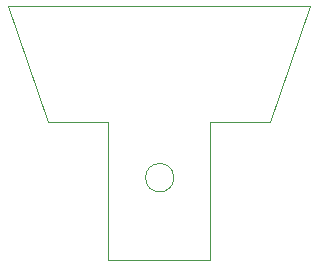
<source format=gbr>
%TF.GenerationSoftware,KiCad,Pcbnew,(5.1.10)-1*%
%TF.CreationDate,2021-08-17T19:49:41-04:00*%
%TF.ProjectId,040 055,30343020-3035-4352-9e6b-696361645f70,rev?*%
%TF.SameCoordinates,Original*%
%TF.FileFunction,Profile,NP*%
%FSLAX46Y46*%
G04 Gerber Fmt 4.6, Leading zero omitted, Abs format (unit mm)*
G04 Created by KiCad (PCBNEW (5.1.10)-1) date 2021-08-17 19:49:41*
%MOMM*%
%LPD*%
G01*
G04 APERTURE LIST*
%TA.AperFunction,Profile*%
%ADD10C,0.050000*%
%TD*%
G04 APERTURE END LIST*
D10*
X147950001Y-74800000D02*
X151350000Y-64999999D01*
X147950001Y-74800000D02*
X142900000Y-74800000D01*
X134200000Y-74800001D02*
X134200000Y-86500000D01*
X134200000Y-86500000D02*
X142900000Y-86500000D01*
X142900000Y-86500000D02*
X142900000Y-74800000D01*
X129149999Y-74800001D02*
X125750000Y-65000000D01*
X134200000Y-74800001D02*
X129149999Y-74800001D01*
X139800000Y-79500000D02*
G75*
G03*
X139800000Y-79500000I-1200000J0D01*
G01*
X151350000Y-64999999D02*
X125750000Y-65000000D01*
M02*

</source>
